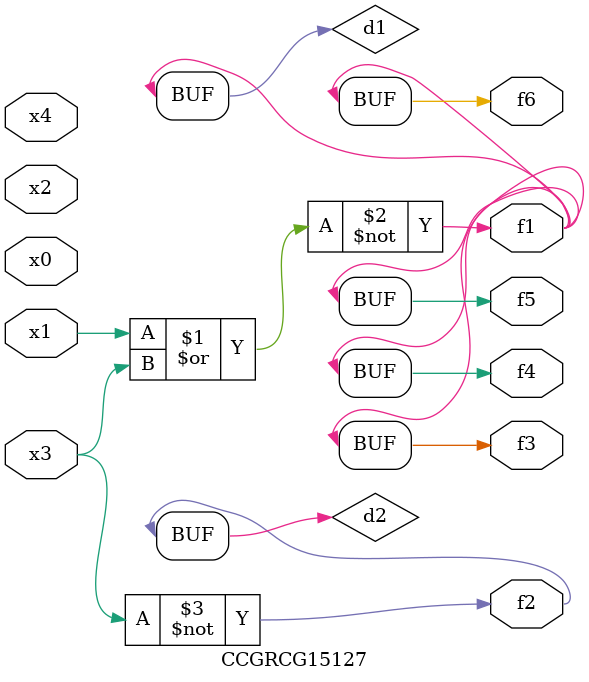
<source format=v>
module CCGRCG15127(
	input x0, x1, x2, x3, x4,
	output f1, f2, f3, f4, f5, f6
);

	wire d1, d2;

	nor (d1, x1, x3);
	not (d2, x3);
	assign f1 = d1;
	assign f2 = d2;
	assign f3 = d1;
	assign f4 = d1;
	assign f5 = d1;
	assign f6 = d1;
endmodule

</source>
